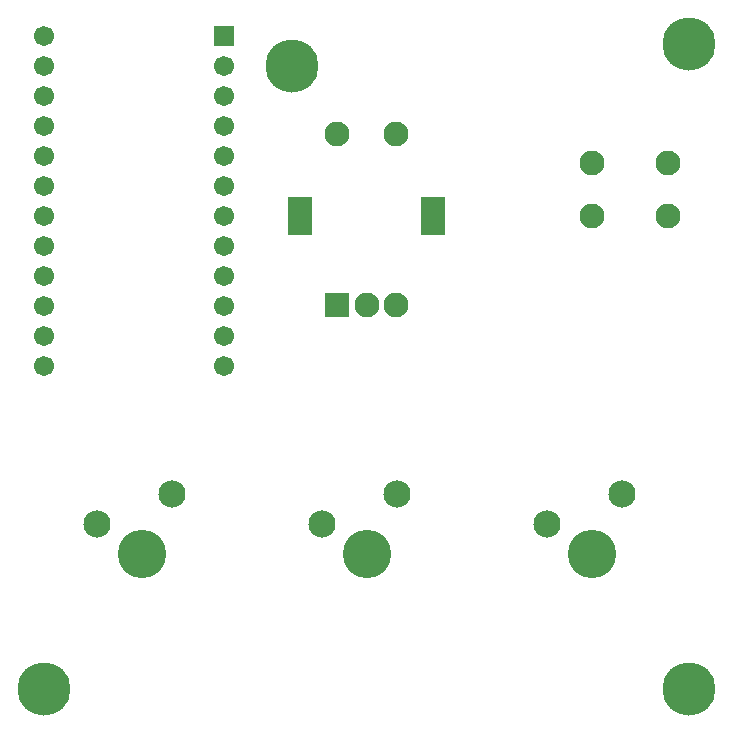
<source format=gbs>
%TF.GenerationSoftware,KiCad,Pcbnew,(5.1.6)-1*%
%TF.CreationDate,2020-08-03T19:17:52-07:00*%
%TF.ProjectId,music controller,6d757369-6320-4636-9f6e-74726f6c6c65,rev?*%
%TF.SameCoordinates,Original*%
%TF.FileFunction,Soldermask,Bot*%
%TF.FilePolarity,Negative*%
%FSLAX46Y46*%
G04 Gerber Fmt 4.6, Leading zero omitted, Abs format (unit mm)*
G04 Created by KiCad (PCBNEW (5.1.6)-1) date 2020-08-03 19:17:52*
%MOMM*%
%LPD*%
G01*
G04 APERTURE LIST*
%ADD10C,1.701600*%
%ADD11R,1.701600X1.701600*%
%ADD12C,4.501600*%
%ADD13C,4.101600*%
%ADD14C,2.301600*%
%ADD15C,2.101600*%
%ADD16R,2.101600X3.301600*%
%ADD17R,2.101600X2.101600*%
G04 APERTURE END LIST*
D10*
%TO.C,U1*%
X86995000Y-67310000D03*
X86995000Y-69850000D03*
X86995000Y-72390000D03*
X86995000Y-74930000D03*
X86995000Y-77470000D03*
X86995000Y-80010000D03*
X86995000Y-82550000D03*
X86995000Y-85090000D03*
X86995000Y-87630000D03*
X86995000Y-90170000D03*
X86995000Y-92710000D03*
X86995000Y-95250000D03*
X102235000Y-95250000D03*
X102235000Y-92710000D03*
X102235000Y-90170000D03*
X102235000Y-87630000D03*
X102235000Y-85090000D03*
X102235000Y-82550000D03*
X102235000Y-80010000D03*
X102235000Y-77470000D03*
X102235000Y-74930000D03*
X102235000Y-72390000D03*
X102235000Y-69850000D03*
D11*
X102235000Y-67310000D03*
%TD*%
D12*
%TO.C,*%
X107950000Y-69850000D03*
%TD*%
%TO.C,*%
X141605000Y-67945000D03*
%TD*%
%TO.C,*%
X141605000Y-122555000D03*
%TD*%
%TO.C,*%
X86995000Y-122555000D03*
%TD*%
D13*
%TO.C,SW4*%
X114300000Y-111125000D03*
D14*
X110490000Y-108585000D03*
X116840000Y-106045000D03*
%TD*%
D15*
%TO.C,SW1*%
X116800000Y-75550000D03*
X111800000Y-75550000D03*
D16*
X119900000Y-82550000D03*
X108700000Y-82550000D03*
D15*
X116800000Y-90050000D03*
X114300000Y-90050000D03*
D17*
X111800000Y-90050000D03*
%TD*%
D13*
%TO.C,SW5*%
X133350000Y-111125000D03*
D14*
X129540000Y-108585000D03*
X135890000Y-106045000D03*
%TD*%
D13*
%TO.C,SW3*%
X95250000Y-111125000D03*
D14*
X91440000Y-108585000D03*
X97790000Y-106045000D03*
%TD*%
D15*
%TO.C,SW2*%
X139850000Y-82550000D03*
X139850000Y-78050000D03*
X133350000Y-82550000D03*
X133350000Y-78050000D03*
%TD*%
M02*

</source>
